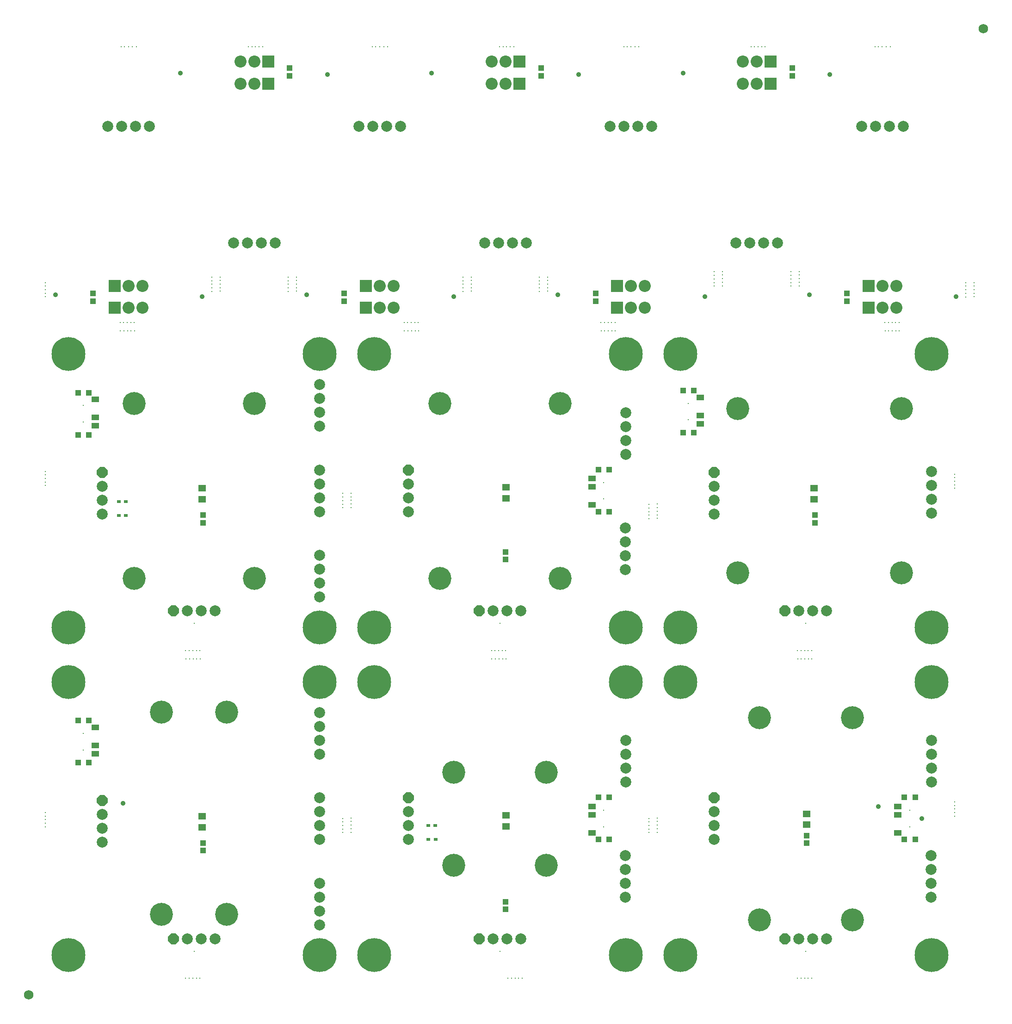
<source format=gts>
G04 Layer_Color=8388736*
%FSLAX44Y44*%
%MOMM*%
G71*
G01*
G75*
%ADD32R,1.0532X1.0532*%
%ADD33R,1.4532X1.2032*%
%ADD34R,1.0532X1.0532*%
%ADD35R,1.1032X1.0032*%
%ADD36R,1.4532X1.1032*%
%ADD37R,0.7032X0.6032*%
%ADD38C,0.2032*%
%ADD39C,1.7272*%
%ADD40C,2.0032*%
%ADD41C,2.2032*%
%ADD42R,2.2032X2.2032*%
%ADD43C,0.9032*%
G04:AMPARAMS|DCode=44|XSize=0.2032mm|YSize=0.2032mm|CornerRadius=0mm|HoleSize=0mm|Usage=FLASHONLY|Rotation=0.000|XOffset=0mm|YOffset=0mm|HoleType=Round|Shape=RoundedRectangle|*
%AMROUNDEDRECTD44*
21,1,0.2032,0.2032,0,0,0.0*
21,1,0.2032,0.2032,0,0,0.0*
1,1,0.0000,0.1016,-0.1016*
1,1,0.0000,-0.1016,-0.1016*
1,1,0.0000,-0.1016,0.1016*
1,1,0.0000,0.1016,0.1016*
%
%ADD44ROUNDEDRECTD44*%
%ADD45P,2.1683X8X22.5*%
%ADD46P,2.1683X8X292.5*%
%ADD47C,6.2032*%
%ADD48C,4.2032*%
D32*
X135000Y1300740D02*
D03*
Y1286740D02*
D03*
X495000Y1699260D02*
D03*
Y1713260D02*
D03*
X955000Y1699260D02*
D03*
Y1713260D02*
D03*
X595000Y1300740D02*
D03*
Y1286740D02*
D03*
X1415000Y1699260D02*
D03*
Y1713260D02*
D03*
X1055000Y1300740D02*
D03*
Y1286740D02*
D03*
X1515000Y1300740D02*
D03*
Y1286740D02*
D03*
D33*
X1441000Y349000D02*
D03*
Y329000D02*
D03*
X891000Y326000D02*
D03*
Y346000D02*
D03*
X335050Y344360D02*
D03*
Y324360D02*
D03*
Y924360D02*
D03*
Y944360D02*
D03*
X891000Y946000D02*
D03*
Y926000D02*
D03*
X1455050Y924360D02*
D03*
Y944360D02*
D03*
D34*
X1441000Y295000D02*
D03*
Y309000D02*
D03*
X890000Y188000D02*
D03*
Y174000D02*
D03*
X336160Y295470D02*
D03*
Y281470D02*
D03*
Y881470D02*
D03*
Y895470D02*
D03*
X890000Y814000D02*
D03*
Y828000D02*
D03*
X1456160Y881470D02*
D03*
Y895470D02*
D03*
D35*
X1620000Y301740D02*
D03*
X1640000D02*
D03*
X1620000Y378740D02*
D03*
X1640000D02*
D03*
X1060000Y301740D02*
D03*
X1080000D02*
D03*
X1060000Y378740D02*
D03*
X1080000D02*
D03*
X127480Y519350D02*
D03*
X107480D02*
D03*
X127480Y442350D02*
D03*
X107480D02*
D03*
Y1042350D02*
D03*
X127480D02*
D03*
X107480Y1119350D02*
D03*
X127480D02*
D03*
X1080000Y978740D02*
D03*
X1060000D02*
D03*
X1080000Y901740D02*
D03*
X1060000D02*
D03*
X1215000Y1046260D02*
D03*
X1235000D02*
D03*
X1215000Y1123260D02*
D03*
X1235000D02*
D03*
D36*
X1608250Y362240D02*
D03*
Y347240D02*
D03*
Y314240D02*
D03*
X1048250Y362240D02*
D03*
Y347240D02*
D03*
Y314240D02*
D03*
X139230Y458850D02*
D03*
Y473850D02*
D03*
Y506850D02*
D03*
Y1106850D02*
D03*
Y1073850D02*
D03*
Y1058850D02*
D03*
X1048250Y914240D02*
D03*
Y947240D02*
D03*
Y962240D02*
D03*
X1246750Y1110760D02*
D03*
Y1077760D02*
D03*
Y1062760D02*
D03*
D37*
X761750Y327250D02*
D03*
X748750D02*
D03*
X762000Y301750D02*
D03*
X749000D02*
D03*
X195000Y895000D02*
D03*
X182000D02*
D03*
X195000Y920000D02*
D03*
X182000D02*
D03*
D38*
X305000Y632500D02*
D03*
X311500D02*
D03*
X324750D02*
D03*
X318250D02*
D03*
X331000D02*
D03*
X330500Y647750D02*
D03*
X317750D02*
D03*
X324250D02*
D03*
X311000D02*
D03*
X304500D02*
D03*
X330500Y47750D02*
D03*
X317750D02*
D03*
X324250D02*
D03*
X311000D02*
D03*
X304500D02*
D03*
X920500D02*
D03*
X907750D02*
D03*
X914250D02*
D03*
X901000D02*
D03*
X894500D02*
D03*
X1450500D02*
D03*
X1437750D02*
D03*
X1444250D02*
D03*
X1431000D02*
D03*
X1424500D02*
D03*
X1425000Y632500D02*
D03*
X1431500D02*
D03*
X1444750D02*
D03*
X1438250D02*
D03*
X1451000D02*
D03*
X1450500Y647750D02*
D03*
X1437750D02*
D03*
X1444250D02*
D03*
X1431000D02*
D03*
X1424500D02*
D03*
X865000Y632500D02*
D03*
X871500D02*
D03*
X884750D02*
D03*
X878250D02*
D03*
X891000D02*
D03*
X890500Y647750D02*
D03*
X877750D02*
D03*
X884250D02*
D03*
X871000D02*
D03*
X864500D02*
D03*
X185000Y1232500D02*
D03*
X191500D02*
D03*
X204750D02*
D03*
X198250D02*
D03*
X211000D02*
D03*
X210500Y1247750D02*
D03*
X197750D02*
D03*
X204250D02*
D03*
X191000D02*
D03*
X184500D02*
D03*
X705000Y1232500D02*
D03*
X711500D02*
D03*
X724750D02*
D03*
X718250D02*
D03*
X731000D02*
D03*
X730500Y1247750D02*
D03*
X717750D02*
D03*
X724250D02*
D03*
X711000D02*
D03*
X704500D02*
D03*
X1065000Y1232500D02*
D03*
X1071500D02*
D03*
X1084750D02*
D03*
X1078250D02*
D03*
X1091000D02*
D03*
X1090500Y1247750D02*
D03*
X1077750D02*
D03*
X1084250D02*
D03*
X1071000D02*
D03*
X1064500D02*
D03*
X1585000Y1232500D02*
D03*
X1591500D02*
D03*
X1604750D02*
D03*
X1598250D02*
D03*
X1611000D02*
D03*
X1610500Y1247750D02*
D03*
X1597750D02*
D03*
X1604250D02*
D03*
X1591000D02*
D03*
X1584500D02*
D03*
X47500Y325000D02*
D03*
Y331500D02*
D03*
Y344750D02*
D03*
Y338250D02*
D03*
Y351000D02*
D03*
X607500Y315000D02*
D03*
Y321500D02*
D03*
Y334750D02*
D03*
Y328250D02*
D03*
Y341000D02*
D03*
X592250Y340500D02*
D03*
Y327750D02*
D03*
Y334250D02*
D03*
Y321000D02*
D03*
Y314500D02*
D03*
X1167500Y315000D02*
D03*
Y321500D02*
D03*
Y334750D02*
D03*
Y328250D02*
D03*
Y341000D02*
D03*
X1152250Y340500D02*
D03*
Y327750D02*
D03*
Y334250D02*
D03*
Y321000D02*
D03*
Y314500D02*
D03*
X1712250Y370500D02*
D03*
Y357750D02*
D03*
Y364250D02*
D03*
Y351000D02*
D03*
Y344500D02*
D03*
Y970500D02*
D03*
Y957750D02*
D03*
Y964250D02*
D03*
Y951000D02*
D03*
Y944500D02*
D03*
X1747500Y1295000D02*
D03*
Y1301500D02*
D03*
Y1314750D02*
D03*
Y1308250D02*
D03*
Y1321000D02*
D03*
X1732250Y1320500D02*
D03*
Y1307750D02*
D03*
Y1314250D02*
D03*
Y1301000D02*
D03*
Y1294500D02*
D03*
X1427500Y1315000D02*
D03*
Y1321500D02*
D03*
Y1334750D02*
D03*
Y1328250D02*
D03*
Y1341000D02*
D03*
X1412250Y1340500D02*
D03*
Y1327750D02*
D03*
Y1334250D02*
D03*
Y1321000D02*
D03*
Y1314500D02*
D03*
X1287500Y1315000D02*
D03*
Y1321500D02*
D03*
Y1334750D02*
D03*
Y1328250D02*
D03*
Y1341000D02*
D03*
X1272250Y1340500D02*
D03*
Y1327750D02*
D03*
Y1334250D02*
D03*
Y1321000D02*
D03*
Y1314500D02*
D03*
X967500Y1305000D02*
D03*
Y1311500D02*
D03*
Y1324750D02*
D03*
Y1318250D02*
D03*
Y1331000D02*
D03*
X952250Y1330500D02*
D03*
Y1317750D02*
D03*
Y1324250D02*
D03*
Y1311000D02*
D03*
Y1304500D02*
D03*
X827500Y1305000D02*
D03*
Y1311500D02*
D03*
Y1324750D02*
D03*
Y1318250D02*
D03*
Y1331000D02*
D03*
X812250Y1330500D02*
D03*
Y1317750D02*
D03*
Y1324250D02*
D03*
Y1311000D02*
D03*
Y1304500D02*
D03*
X507500Y1305000D02*
D03*
Y1311500D02*
D03*
Y1324750D02*
D03*
Y1318250D02*
D03*
Y1331000D02*
D03*
X492250Y1330500D02*
D03*
Y1317750D02*
D03*
Y1324250D02*
D03*
Y1311000D02*
D03*
Y1304500D02*
D03*
X367500Y1305000D02*
D03*
Y1311500D02*
D03*
Y1324750D02*
D03*
Y1318250D02*
D03*
Y1331000D02*
D03*
X352250Y1330500D02*
D03*
Y1317750D02*
D03*
Y1324250D02*
D03*
Y1311000D02*
D03*
Y1304500D02*
D03*
X47500Y1295000D02*
D03*
Y1301500D02*
D03*
Y1314750D02*
D03*
Y1308250D02*
D03*
Y1321000D02*
D03*
X419500Y1752250D02*
D03*
X432250D02*
D03*
X425750D02*
D03*
X439000D02*
D03*
X445500D02*
D03*
X879500D02*
D03*
X892250D02*
D03*
X885750D02*
D03*
X899000D02*
D03*
X905500D02*
D03*
X1339500D02*
D03*
X1352250D02*
D03*
X1345750D02*
D03*
X1359000D02*
D03*
X1365500D02*
D03*
X47750Y949500D02*
D03*
Y962250D02*
D03*
Y955750D02*
D03*
Y969000D02*
D03*
Y975500D02*
D03*
X592500Y935000D02*
D03*
Y928500D02*
D03*
Y915250D02*
D03*
Y921750D02*
D03*
Y909000D02*
D03*
X607750Y909500D02*
D03*
Y922250D02*
D03*
Y915750D02*
D03*
Y929000D02*
D03*
Y935500D02*
D03*
X1152500Y915000D02*
D03*
Y908500D02*
D03*
Y895250D02*
D03*
Y901750D02*
D03*
Y889000D02*
D03*
X1167750Y889500D02*
D03*
Y902250D02*
D03*
Y895750D02*
D03*
Y909000D02*
D03*
Y915500D02*
D03*
X1566500Y1752000D02*
D03*
X1572500D02*
D03*
X1587250D02*
D03*
X1579750D02*
D03*
X1594250Y1752500D02*
D03*
X1134250D02*
D03*
X1119750Y1752000D02*
D03*
X1127250D02*
D03*
X1112500D02*
D03*
X1106500D02*
D03*
X674250Y1752500D02*
D03*
X659750Y1752000D02*
D03*
X667250D02*
D03*
X652500D02*
D03*
X646500D02*
D03*
X214250Y1752500D02*
D03*
X199750Y1752000D02*
D03*
X207250D02*
D03*
X192500D02*
D03*
X186500D02*
D03*
X1630000Y325240D02*
D03*
Y355240D02*
D03*
X1070000Y325240D02*
D03*
Y355240D02*
D03*
X117480Y495850D02*
D03*
Y465850D02*
D03*
Y1065850D02*
D03*
Y1095850D02*
D03*
X1070000Y955240D02*
D03*
Y925240D02*
D03*
X1225000Y1069760D02*
D03*
Y1099760D02*
D03*
D39*
X17500Y17500D02*
D03*
X1765000Y1785000D02*
D03*
D40*
X187300Y1606990D02*
D03*
X212700D02*
D03*
X238100D02*
D03*
X161900D02*
D03*
X442700Y1393010D02*
D03*
X417300D02*
D03*
X391900D02*
D03*
X468100D02*
D03*
X1427300Y120000D02*
D03*
X1452700D02*
D03*
X1478100D02*
D03*
X1272000Y301900D02*
D03*
Y327300D02*
D03*
Y352700D02*
D03*
X1669500Y246750D02*
D03*
Y221350D02*
D03*
Y195950D02*
D03*
Y272150D02*
D03*
X1670000Y457700D02*
D03*
Y432300D02*
D03*
Y406900D02*
D03*
Y483100D02*
D03*
X1110000Y457700D02*
D03*
Y432300D02*
D03*
Y406900D02*
D03*
Y483100D02*
D03*
X1109500Y246750D02*
D03*
Y221350D02*
D03*
Y195950D02*
D03*
Y272150D02*
D03*
X867300Y120000D02*
D03*
X892700D02*
D03*
X918100D02*
D03*
X712000Y301900D02*
D03*
Y327300D02*
D03*
Y352700D02*
D03*
X307300Y120000D02*
D03*
X332700D02*
D03*
X358100D02*
D03*
X549500Y196470D02*
D03*
Y171070D02*
D03*
Y145670D02*
D03*
Y221870D02*
D03*
Y352720D02*
D03*
Y327320D02*
D03*
Y301920D02*
D03*
Y378120D02*
D03*
X152000Y297150D02*
D03*
Y322550D02*
D03*
Y347950D02*
D03*
X549500Y508920D02*
D03*
Y483520D02*
D03*
Y458120D02*
D03*
Y534320D02*
D03*
Y1134320D02*
D03*
Y1058120D02*
D03*
Y1083520D02*
D03*
Y1108920D02*
D03*
X152000Y947950D02*
D03*
Y922550D02*
D03*
Y897150D02*
D03*
X549500Y978120D02*
D03*
Y901920D02*
D03*
Y927320D02*
D03*
Y952720D02*
D03*
Y821870D02*
D03*
Y745670D02*
D03*
Y771070D02*
D03*
Y796470D02*
D03*
X358100Y720000D02*
D03*
X332700D02*
D03*
X307300D02*
D03*
X918100Y720000D02*
D03*
X892700D02*
D03*
X867300D02*
D03*
X712000Y952700D02*
D03*
Y927300D02*
D03*
Y901900D02*
D03*
X1109500Y872150D02*
D03*
Y795950D02*
D03*
Y821350D02*
D03*
Y846750D02*
D03*
X1110000Y1083100D02*
D03*
Y1006900D02*
D03*
Y1032300D02*
D03*
Y1057700D02*
D03*
X1670000Y975400D02*
D03*
Y899200D02*
D03*
Y924600D02*
D03*
Y950000D02*
D03*
X1272000Y947950D02*
D03*
Y922550D02*
D03*
Y897150D02*
D03*
X1478100Y720000D02*
D03*
X1452700D02*
D03*
X1427300D02*
D03*
X902700Y1393010D02*
D03*
X877300D02*
D03*
X851900D02*
D03*
X928100D02*
D03*
X647300Y1606990D02*
D03*
X672700D02*
D03*
X698100D02*
D03*
X621900D02*
D03*
X1362700Y1393010D02*
D03*
X1337300D02*
D03*
X1311900D02*
D03*
X1388100D02*
D03*
X1107300Y1606990D02*
D03*
X1132700D02*
D03*
X1158100D02*
D03*
X1081900D02*
D03*
X1567300D02*
D03*
X1592700D02*
D03*
X1618100D02*
D03*
X1541900D02*
D03*
D41*
X225400Y1274990D02*
D03*
X200000D02*
D03*
X225400Y1314990D02*
D03*
X200000D02*
D03*
X404600Y1725010D02*
D03*
X430000D02*
D03*
X404600Y1685010D02*
D03*
X430000D02*
D03*
X864600Y1725010D02*
D03*
X890000D02*
D03*
X864600Y1685010D02*
D03*
X890000D02*
D03*
X685400Y1274990D02*
D03*
X660000D02*
D03*
X685400Y1314990D02*
D03*
X660000D02*
D03*
X1324600Y1725010D02*
D03*
X1350000D02*
D03*
X1324600Y1685010D02*
D03*
X1350000D02*
D03*
X1145400Y1274990D02*
D03*
X1120000D02*
D03*
X1145400Y1314990D02*
D03*
X1120000D02*
D03*
X1605400Y1274990D02*
D03*
X1580000D02*
D03*
X1605400Y1314990D02*
D03*
X1580000D02*
D03*
D42*
X174600Y1274990D02*
D03*
Y1314990D02*
D03*
X455400Y1725010D02*
D03*
Y1685010D02*
D03*
X915400Y1725010D02*
D03*
Y1685010D02*
D03*
X634600Y1274990D02*
D03*
Y1314990D02*
D03*
X1375400Y1725010D02*
D03*
Y1685010D02*
D03*
X1094600Y1274990D02*
D03*
Y1314990D02*
D03*
X1554600Y1274990D02*
D03*
Y1314990D02*
D03*
D43*
X66000Y1298240D02*
D03*
X335000Y1295490D02*
D03*
X564000Y1701760D02*
D03*
X295000Y1704510D02*
D03*
X1652500Y340000D02*
D03*
X1572500Y362500D02*
D03*
X190000Y368000D02*
D03*
X1024000Y1701760D02*
D03*
X755000Y1704510D02*
D03*
X526000Y1298240D02*
D03*
X795000Y1295490D02*
D03*
X1484000Y1701760D02*
D03*
X1215000Y1704510D02*
D03*
X986000Y1298240D02*
D03*
X1255000Y1295490D02*
D03*
X1446000Y1298240D02*
D03*
X1715000Y1295490D02*
D03*
D44*
X1440000Y97200D02*
D03*
X880000D02*
D03*
X320000Y97200D02*
D03*
Y697200D02*
D03*
X880000Y697200D02*
D03*
X1440000Y697200D02*
D03*
D45*
X1401900Y120000D02*
D03*
X841900D02*
D03*
X281900Y120000D02*
D03*
Y720000D02*
D03*
X841900Y720000D02*
D03*
X1401900Y720000D02*
D03*
D46*
X1272000Y378100D02*
D03*
X712000D02*
D03*
X152000Y373350D02*
D03*
Y973350D02*
D03*
X712000Y978100D02*
D03*
X1272000Y973350D02*
D03*
D47*
X1670000Y590000D02*
D03*
X1210000D02*
D03*
Y90000D02*
D03*
X1670000D02*
D03*
X1110000Y590000D02*
D03*
X650000D02*
D03*
Y90000D02*
D03*
X1110000D02*
D03*
X550000D02*
D03*
X90000D02*
D03*
Y590000D02*
D03*
X550000D02*
D03*
Y1190000D02*
D03*
X90000D02*
D03*
Y690000D02*
D03*
X550000D02*
D03*
X1110000D02*
D03*
X650000D02*
D03*
Y1190000D02*
D03*
X1110000D02*
D03*
X1670000D02*
D03*
X1210000D02*
D03*
Y690000D02*
D03*
X1670000D02*
D03*
D48*
X1525000Y525000D02*
D03*
X1355000D02*
D03*
Y155000D02*
D03*
X1525000D02*
D03*
X965000Y425000D02*
D03*
X795000D02*
D03*
Y255000D02*
D03*
X965000D02*
D03*
X380000Y165000D02*
D03*
X260000D02*
D03*
X380000Y535000D02*
D03*
X260000D02*
D03*
X210000Y1100000D02*
D03*
Y780000D02*
D03*
X430000D02*
D03*
Y1100000D02*
D03*
X990000D02*
D03*
Y780000D02*
D03*
X770000D02*
D03*
Y1100000D02*
D03*
X1315000Y1090000D02*
D03*
Y790000D02*
D03*
X1615000D02*
D03*
Y1090000D02*
D03*
M02*

</source>
